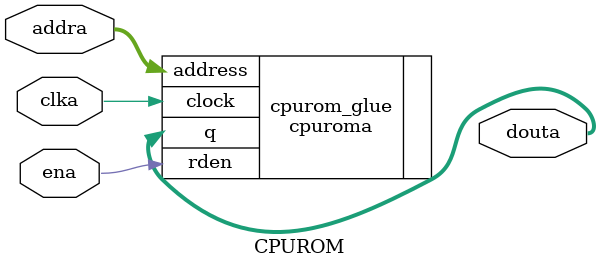
<source format=v>
module CPUROM(
                input clka,
                input ena,
                input [9:0] addra,
                output [7:0] douta
             );

    cpuroma cpurom_glue(.address(addra),
                        .clock(clka),
                        .rden(ena),
                        .q(douta)
                       );

endmodule

</source>
